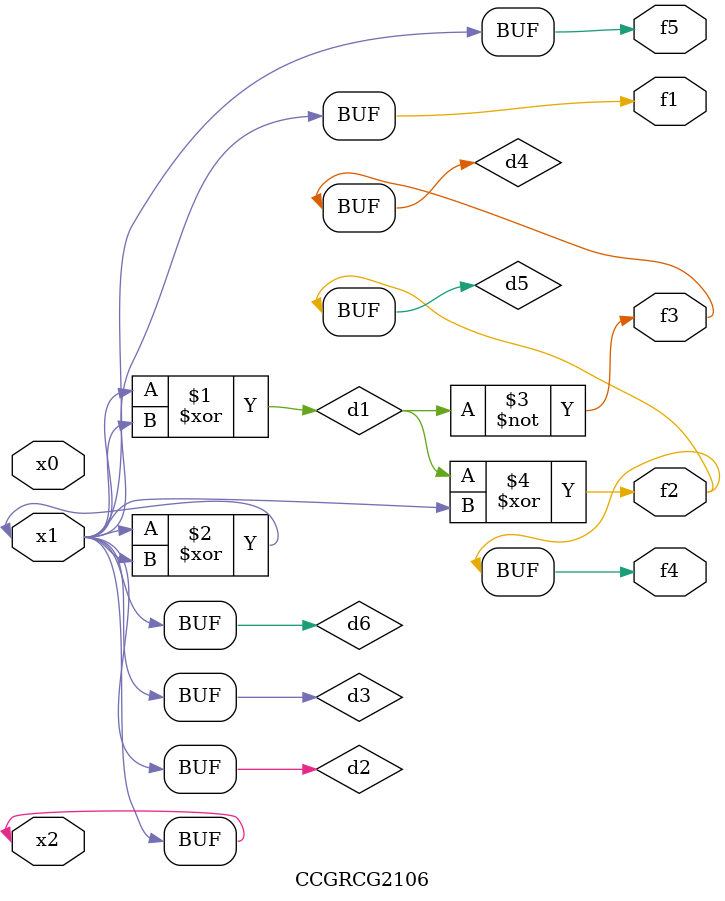
<source format=v>
module CCGRCG2106(
	input x0, x1, x2,
	output f1, f2, f3, f4, f5
);

	wire d1, d2, d3, d4, d5, d6;

	xor (d1, x1, x2);
	buf (d2, x1, x2);
	xor (d3, x1, x2);
	nor (d4, d1);
	xor (d5, d1, d2);
	buf (d6, d2, d3);
	assign f1 = d6;
	assign f2 = d5;
	assign f3 = d4;
	assign f4 = d5;
	assign f5 = d6;
endmodule

</source>
